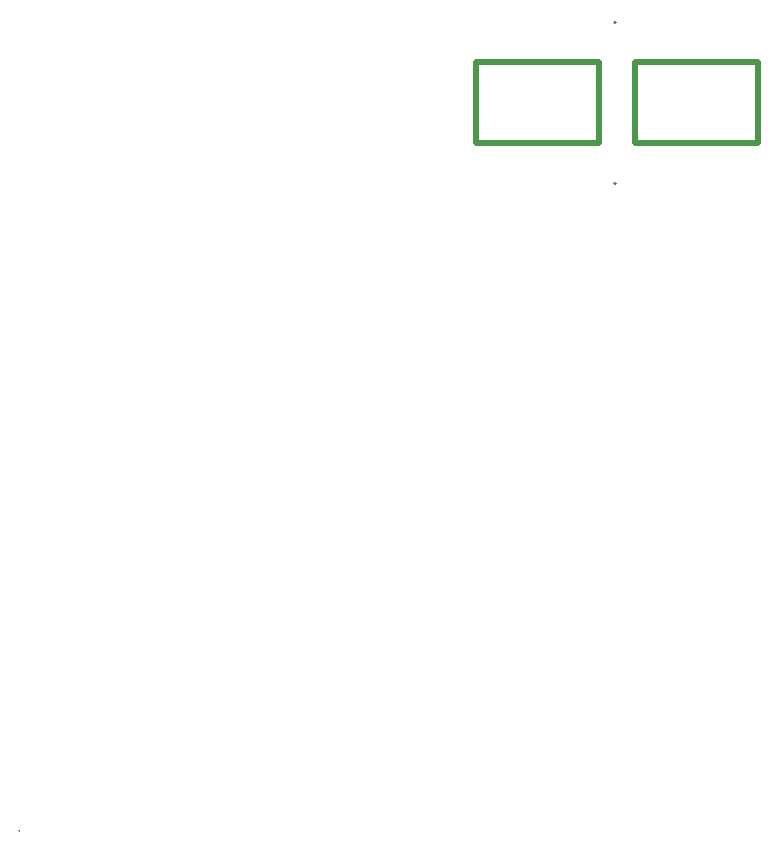
<source format=gm1>
G04 Layer_Color=49087*
%FSLAX25Y25*%
%MOIN*%
G70*
G01*
G75*
%ADD130C,0.00591*%
%ADD131C,0.00050*%
%ADD132C,0.02000*%
D130*
X4394Y9500D02*
G03*
X4394Y9500I-394J0D01*
G01*
Y63100D02*
G03*
X4394Y63100I-394J0D01*
G01*
D131*
X-194677Y-206168D02*
G03*
X-194677Y-206168I-2J0D01*
G01*
X-194690D02*
G03*
X-194690Y-206168I-2J0D01*
G01*
X-194702D02*
G03*
X-194702Y-206168I-2J0D01*
G01*
X-194713D02*
G03*
X-194713Y-206168I-2J0D01*
G01*
X-194726D02*
G03*
X-194726Y-206168I-2J0D01*
G01*
X-194677Y-206174D02*
G03*
X-194677Y-206174I-2J0D01*
G01*
X-194690D02*
G03*
X-194690Y-206174I-2J0D01*
G01*
X-194702D02*
G03*
X-194702Y-206174I-2J0D01*
G01*
X-194713D02*
G03*
X-194713Y-206174I-2J0D01*
G01*
X-194726D02*
G03*
X-194726Y-206174I-2J0D01*
G01*
X-194671Y-206180D02*
G03*
X-194671Y-206180I-2J0D01*
G01*
X-194684D02*
G03*
X-194684Y-206180I-2J0D01*
G01*
X-194695D02*
G03*
X-194695Y-206180I-2J0D01*
G01*
X-194708D02*
G03*
X-194708Y-206180I-2J0D01*
G01*
X-194720D02*
G03*
X-194720Y-206180I-2J0D01*
G01*
X-194731D02*
G03*
X-194731Y-206180I-2J0D01*
G01*
X-194677Y-206186D02*
G03*
X-194677Y-206186I-2J0D01*
G01*
X-194690D02*
G03*
X-194690Y-206186I-2J0D01*
G01*
X-194702D02*
G03*
X-194702Y-206186I-2J0D01*
G01*
X-194713D02*
G03*
X-194713Y-206186I-2J0D01*
G01*
X-194726D02*
G03*
X-194726Y-206186I-2J0D01*
G01*
X-194738D02*
G03*
X-194738Y-206186I-2J0D01*
G01*
X-194677Y-206192D02*
G03*
X-194677Y-206192I-2J0D01*
G01*
X-194690D02*
G03*
X-194690Y-206192I-2J0D01*
G01*
X-194702D02*
G03*
X-194702Y-206192I-2J0D01*
G01*
X-194713D02*
G03*
X-194713Y-206192I-2J0D01*
G01*
X-194726D02*
G03*
X-194726Y-206192I-2J0D01*
G01*
X-194738D02*
G03*
X-194738Y-206192I-2J0D01*
G01*
X-194749D02*
G03*
X-194749Y-206192I-2J0D01*
G01*
X-194690Y-206198D02*
G03*
X-194690Y-206198I-2J0D01*
G01*
X-194702D02*
G03*
X-194702Y-206198I-2J0D01*
G01*
X-194713D02*
G03*
X-194713Y-206198I-2J0D01*
G01*
X-194726D02*
G03*
X-194726Y-206198I-2J0D01*
G01*
X-194738D02*
G03*
X-194738Y-206198I-2J0D01*
G01*
X-194749D02*
G03*
X-194749Y-206198I-2J0D01*
G01*
X-194690Y-206204D02*
G03*
X-194690Y-206204I-2J0D01*
G01*
X-194702D02*
G03*
X-194702Y-206204I-2J0D01*
G01*
X-194713D02*
G03*
X-194713Y-206204I-2J0D01*
G01*
X-194726D02*
G03*
X-194726Y-206204I-2J0D01*
G01*
X-194738D02*
G03*
X-194738Y-206204I-2J0D01*
G01*
X-194749D02*
G03*
X-194749Y-206204I-2J0D01*
G01*
X-194695Y-206210D02*
G03*
X-194695Y-206210I-2J0D01*
G01*
X-194708D02*
G03*
X-194708Y-206210I-2J0D01*
G01*
X-194720D02*
G03*
X-194720Y-206210I-2J0D01*
G01*
X-194731D02*
G03*
X-194731Y-206210I-2J0D01*
G01*
X-194744D02*
G03*
X-194744Y-206210I-2J0D01*
G01*
X-194690Y-206216D02*
G03*
X-194690Y-206216I-2J0D01*
G01*
X-194702D02*
G03*
X-194702Y-206216I-2J0D01*
G01*
X-194713D02*
G03*
X-194713Y-206216I-2J0D01*
G01*
X-194726D02*
G03*
X-194726Y-206216I-2J0D01*
G01*
X-194738D02*
G03*
X-194738Y-206216I-2J0D01*
G01*
X-194749D02*
G03*
X-194749Y-206216I-2J0D01*
G01*
X-194702Y-206222D02*
G03*
X-194702Y-206222I-2J0D01*
G01*
X-194713D02*
G03*
X-194713Y-206222I-2J0D01*
G01*
X-194726D02*
G03*
X-194726Y-206222I-2J0D01*
G01*
X-194738D02*
G03*
X-194738Y-206222I-2J0D01*
G01*
X-194749D02*
G03*
X-194749Y-206222I-2J0D01*
G01*
X-194702Y-206228D02*
G03*
X-194702Y-206228I-2J0D01*
G01*
X-194713D02*
G03*
X-194713Y-206228I-2J0D01*
G01*
X-194726D02*
G03*
X-194726Y-206228I-2J0D01*
G01*
X-194738D02*
G03*
X-194738Y-206228I-2J0D01*
G01*
X-194749D02*
G03*
X-194749Y-206228I-2J0D01*
G01*
X-194708Y-206234D02*
G03*
X-194708Y-206234I-2J0D01*
G01*
X-194720D02*
G03*
X-194720Y-206234I-2J0D01*
G01*
X-194731D02*
G03*
X-194731Y-206234I-2J0D01*
G01*
X-194744D02*
G03*
X-194744Y-206234I-2J0D01*
G01*
X-194702Y-206240D02*
G03*
X-194702Y-206240I-2J0D01*
G01*
X-194713D02*
G03*
X-194713Y-206240I-2J0D01*
G01*
X-194726D02*
G03*
X-194726Y-206240I-2J0D01*
G01*
X-194738D02*
G03*
X-194738Y-206240I-2J0D01*
G01*
X-194749D02*
G03*
X-194749Y-206240I-2J0D01*
G01*
X-194713Y-206246D02*
G03*
X-194713Y-206246I-2J0D01*
G01*
X-194726D02*
G03*
X-194726Y-206246I-2J0D01*
G01*
X-194738D02*
G03*
X-194738Y-206246I-2J0D01*
G01*
X-194749D02*
G03*
X-194749Y-206246I-2J0D01*
G01*
X-194713Y-206252D02*
G03*
X-194713Y-206252I-2J0D01*
G01*
X-194726D02*
G03*
X-194726Y-206252I-2J0D01*
G01*
X-194738D02*
G03*
X-194738Y-206252I-2J0D01*
G01*
X-194749D02*
G03*
X-194749Y-206252I-2J0D01*
G01*
X-194637Y-206192D02*
G03*
X-194635Y-206186I-13J7D01*
G01*
X-194688Y-206275D02*
G03*
X-194674Y-206267I0J15D01*
G01*
X-194775Y-206260D02*
G03*
X-194760Y-206275I15J0D01*
G01*
X-194771Y-206178D02*
G03*
X-194775Y-206189I11J-11D01*
G01*
X-194731Y-206145D02*
G03*
X-194742Y-206149I0J-15D01*
G01*
X-194635Y-206160D02*
G03*
X-194650Y-206145I-15J0D01*
G01*
X-194744Y-206252D02*
G03*
X-194744Y-206252I-2J0D01*
G01*
X-194731D02*
G03*
X-194731Y-206252I-2J0D01*
G01*
X-194720D02*
G03*
X-194720Y-206252I-2J0D01*
G01*
X-194708D02*
G03*
X-194708Y-206252I-2J0D01*
G01*
X-194744Y-206246D02*
G03*
X-194744Y-206246I-2J0D01*
G01*
X-194731D02*
G03*
X-194731Y-206246I-2J0D01*
G01*
X-194720D02*
G03*
X-194720Y-206246I-2J0D01*
G01*
X-194708D02*
G03*
X-194708Y-206246I-2J0D01*
G01*
X-194744Y-206240D02*
G03*
X-194744Y-206240I-2J0D01*
G01*
X-194731D02*
G03*
X-194731Y-206240I-2J0D01*
G01*
X-194720D02*
G03*
X-194720Y-206240I-2J0D01*
G01*
X-194708D02*
G03*
X-194708Y-206240I-2J0D01*
G01*
X-194749Y-206234D02*
G03*
X-194749Y-206234I-2J0D01*
G01*
X-194738D02*
G03*
X-194738Y-206234I-2J0D01*
G01*
X-194726D02*
G03*
X-194726Y-206234I-2J0D01*
G01*
X-194713D02*
G03*
X-194713Y-206234I-2J0D01*
G01*
X-194702D02*
G03*
X-194702Y-206234I-2J0D01*
G01*
X-194744Y-206228D02*
G03*
X-194744Y-206228I-2J0D01*
G01*
X-194731D02*
G03*
X-194731Y-206228I-2J0D01*
G01*
X-194720D02*
G03*
X-194720Y-206228I-2J0D01*
G01*
X-194708D02*
G03*
X-194708Y-206228I-2J0D01*
G01*
X-194695D02*
G03*
X-194695Y-206228I-2J0D01*
G01*
X-194744Y-206222D02*
G03*
X-194744Y-206222I-2J0D01*
G01*
X-194731D02*
G03*
X-194731Y-206222I-2J0D01*
G01*
X-194720D02*
G03*
X-194720Y-206222I-2J0D01*
G01*
X-194708D02*
G03*
X-194708Y-206222I-2J0D01*
G01*
X-194695D02*
G03*
X-194695Y-206222I-2J0D01*
G01*
X-194744Y-206216D02*
G03*
X-194744Y-206216I-2J0D01*
G01*
X-194731D02*
G03*
X-194731Y-206216I-2J0D01*
G01*
X-194720D02*
G03*
X-194720Y-206216I-2J0D01*
G01*
X-194708D02*
G03*
X-194708Y-206216I-2J0D01*
G01*
X-194695D02*
G03*
X-194695Y-206216I-2J0D01*
G01*
X-194749Y-206210D02*
G03*
X-194749Y-206210I-2J0D01*
G01*
X-194738D02*
G03*
X-194738Y-206210I-2J0D01*
G01*
X-194726D02*
G03*
X-194726Y-206210I-2J0D01*
G01*
X-194713D02*
G03*
X-194713Y-206210I-2J0D01*
G01*
X-194702D02*
G03*
X-194702Y-206210I-2J0D01*
G01*
X-194690D02*
G03*
X-194690Y-206210I-2J0D01*
G01*
X-194744Y-206204D02*
G03*
X-194744Y-206204I-2J0D01*
G01*
X-194731D02*
G03*
X-194731Y-206204I-2J0D01*
G01*
X-194720D02*
G03*
X-194720Y-206204I-2J0D01*
G01*
X-194708D02*
G03*
X-194708Y-206204I-2J0D01*
G01*
X-194695D02*
G03*
X-194695Y-206204I-2J0D01*
G01*
X-194684D02*
G03*
X-194684Y-206204I-2J0D01*
G01*
X-194744Y-206198D02*
G03*
X-194744Y-206198I-2J0D01*
G01*
X-194731D02*
G03*
X-194731Y-206198I-2J0D01*
G01*
X-194720D02*
G03*
X-194720Y-206198I-2J0D01*
G01*
X-194708D02*
G03*
X-194708Y-206198I-2J0D01*
G01*
X-194695D02*
G03*
X-194695Y-206198I-2J0D01*
G01*
X-194684D02*
G03*
X-194684Y-206198I-2J0D01*
G01*
X-194744Y-206192D02*
G03*
X-194744Y-206192I-2J0D01*
G01*
X-194731D02*
G03*
X-194731Y-206192I-2J0D01*
G01*
X-194720D02*
G03*
X-194720Y-206192I-2J0D01*
G01*
X-194708D02*
G03*
X-194708Y-206192I-2J0D01*
G01*
X-194695D02*
G03*
X-194695Y-206192I-2J0D01*
G01*
X-194684D02*
G03*
X-194684Y-206192I-2J0D01*
G01*
X-194744Y-206186D02*
G03*
X-194744Y-206186I-2J0D01*
G01*
X-194731D02*
G03*
X-194731Y-206186I-2J0D01*
G01*
X-194720D02*
G03*
X-194720Y-206186I-2J0D01*
G01*
X-194708D02*
G03*
X-194708Y-206186I-2J0D01*
G01*
X-194695D02*
G03*
X-194695Y-206186I-2J0D01*
G01*
X-194684D02*
G03*
X-194684Y-206186I-2J0D01*
G01*
X-194738Y-206180D02*
G03*
X-194738Y-206180I-2J0D01*
G01*
X-194726D02*
G03*
X-194726Y-206180I-2J0D01*
G01*
X-194713D02*
G03*
X-194713Y-206180I-2J0D01*
G01*
X-194702D02*
G03*
X-194702Y-206180I-2J0D01*
G01*
X-194690D02*
G03*
X-194690Y-206180I-2J0D01*
G01*
X-194677D02*
G03*
X-194677Y-206180I-2J0D01*
G01*
X-194731Y-206174D02*
G03*
X-194731Y-206174I-2J0D01*
G01*
X-194720D02*
G03*
X-194720Y-206174I-2J0D01*
G01*
X-194708D02*
G03*
X-194708Y-206174I-2J0D01*
G01*
X-194695D02*
G03*
X-194695Y-206174I-2J0D01*
G01*
X-194684D02*
G03*
X-194684Y-206174I-2J0D01*
G01*
X-194671D02*
G03*
X-194671Y-206174I-2J0D01*
G01*
X-194720Y-206168D02*
G03*
X-194720Y-206168I-2J0D01*
G01*
X-194708D02*
G03*
X-194708Y-206168I-2J0D01*
G01*
X-194695D02*
G03*
X-194695Y-206168I-2J0D01*
G01*
X-194684D02*
G03*
X-194684Y-206168I-2J0D01*
G01*
X-194765Y-206211D02*
G03*
X-194765Y-206211I-4J0D01*
G01*
X-194652Y-206216D02*
G03*
X-194652Y-206216I-4J0D01*
G01*
X-194654Y-206151D02*
G03*
X-194654Y-206151I-4J0D01*
G01*
X-194731Y-206152D02*
G03*
X-194731Y-206152I-4J0D01*
G01*
X-194689Y-206269D02*
G03*
X-194689Y-206269I-4J0D01*
G01*
X-194763Y-206266D02*
G03*
X-194763Y-206266I-4J0D01*
G01*
X-194672Y-206205D02*
G03*
X-194672Y-206205I-3J0D01*
G01*
X-194670Y-206163D02*
G03*
X-194670Y-206163I-3J0D01*
G01*
X-194745Y-206264D02*
G03*
X-194745Y-206264I-3J0D01*
G01*
X-194752Y-206178D02*
G03*
X-194752Y-206178I-3J0D01*
G01*
X-194724Y-206263D02*
G03*
X-194724Y-206263I-3J0D01*
G01*
X-194677Y-206218D02*
G03*
X-194677Y-206218I-3J0D01*
G01*
X-194739Y-206166D02*
G03*
X-194739Y-206166I-3J0D01*
G01*
X-194761Y-206195D02*
G03*
X-194761Y-206195I-3J0D01*
G01*
Y-206237D02*
G03*
X-194761Y-206237I-3J0D01*
G01*
X-194700Y-206273D02*
G03*
X-194700Y-206273I-1J0D01*
G01*
X-194678Y-206229D02*
G03*
X-194678Y-206229I-1J0D01*
G01*
X-194658Y-206221D02*
G03*
X-194658Y-206221I-1J0D01*
G01*
X-194681Y-206267D02*
G03*
X-194681Y-206267I-1J0D01*
G01*
X-194651Y-206208D02*
G03*
X-194651Y-206208I-1J0D01*
G01*
X-194644Y-206202D02*
G03*
X-194644Y-206202I-1J0D01*
G01*
X-194654Y-206158D02*
G03*
X-194654Y-206158I-1J0D01*
G01*
X-194649Y-206149D02*
G03*
X-194649Y-206149I-1J0D01*
G01*
X-194673D02*
G03*
X-194673Y-206149I-1J0D01*
G01*
X-194726Y-206148D02*
G03*
X-194726Y-206148I-1J0D01*
G01*
X-194635Y-206185D02*
Y-206160D01*
X-194674Y-206267D02*
X-194637Y-206192D01*
X-194760Y-206275D02*
X-194688D01*
X-194775Y-206260D02*
Y-206189D01*
X-194771Y-206178D02*
X-194742Y-206149D01*
X-194731Y-206145D02*
X-194650D01*
X-194725Y-206156D02*
X-194676D01*
Y-206149D01*
X-194725D02*
X-194676D01*
X-194725Y-206156D02*
Y-206149D01*
X-194649Y-206198D02*
X-194642D01*
Y-206149D01*
X-194649D02*
X-194642D01*
X-194649Y-206198D02*
Y-206149D01*
X-194663Y-206208D02*
X-194656D01*
Y-206159D01*
X-194663D02*
X-194656D01*
X-194663Y-206208D02*
Y-206159D01*
X-194690Y-206262D02*
X-194668Y-206218D01*
X-194690Y-206262D02*
X-194683Y-206265D01*
X-194661Y-206221D01*
X-194668Y-206218D02*
X-194661Y-206221D01*
X-194710Y-206270D02*
X-194704Y-206273D01*
X-194682Y-206230D01*
X-194688Y-206227D02*
X-194682Y-206230D01*
X-194710Y-206270D02*
X-194688Y-206227D01*
D132*
X-42475Y22800D02*
Y49800D01*
Y22800D02*
X-1475D01*
Y49800D01*
X-42475D02*
X-1475D01*
X10525D02*
X51525D01*
Y22800D02*
Y49800D01*
X10525Y22800D02*
X51525D01*
X10525D02*
Y49800D01*
M02*

</source>
